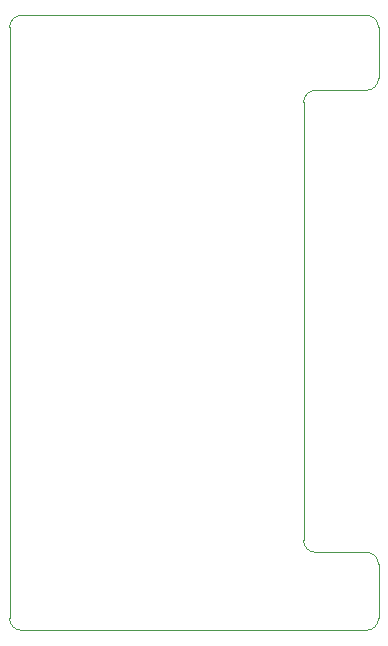
<source format=gm1>
%TF.GenerationSoftware,KiCad,Pcbnew,8.0.1*%
%TF.CreationDate,2024-06-29T09:30:56+05:30*%
%TF.ProjectId,BREADBOARD POWER SUPPLY PCB,42524541-4442-44f4-9152-4420504f5745,rev?*%
%TF.SameCoordinates,Original*%
%TF.FileFunction,Profile,NP*%
%FSLAX46Y46*%
G04 Gerber Fmt 4.6, Leading zero omitted, Abs format (unit mm)*
G04 Created by KiCad (PCBNEW 8.0.1) date 2024-06-29 09:30:56*
%MOMM*%
%LPD*%
G01*
G04 APERTURE LIST*
%TA.AperFunction,Profile*%
%ADD10C,0.050000*%
%TD*%
G04 APERTURE END LIST*
D10*
X138430000Y-64008000D02*
G75*
G02*
X139446000Y-65024000I0J-1016000D01*
G01*
X139446000Y-69342000D02*
G75*
G02*
X138430000Y-70358000I-1016000J0D01*
G01*
X133096000Y-71374000D02*
G75*
G02*
X134112000Y-70358000I1016000J0D01*
G01*
X134112000Y-109474000D02*
G75*
G02*
X133096000Y-108458000I0J1016000D01*
G01*
X138430000Y-109474000D02*
G75*
G02*
X139446000Y-110490000I0J-1016000D01*
G01*
X139446000Y-115062000D02*
G75*
G02*
X138430000Y-116078000I-1016000J0D01*
G01*
X109220000Y-116078000D02*
G75*
G02*
X108204000Y-115062000I0J1016000D01*
G01*
X108204000Y-65024000D02*
G75*
G02*
X109220000Y-64008000I1016000J0D01*
G01*
X139446000Y-110490000D02*
X139446000Y-115062000D01*
X134112000Y-109474000D02*
X138430000Y-109474000D01*
X133096000Y-71374000D02*
X133096000Y-108458000D01*
X138430000Y-70358000D02*
X134112000Y-70358000D01*
X139446000Y-65024000D02*
X139446000Y-69342000D01*
X109220000Y-116078000D02*
X138430000Y-116078000D01*
X108204000Y-65024000D02*
X108204000Y-115062000D01*
X138430000Y-64008000D02*
X109220000Y-64008000D01*
M02*

</source>
